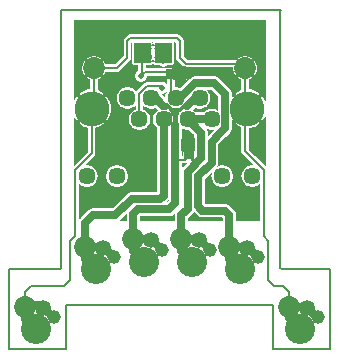
<source format=gbr>
G04 This is an RS-274x file exported by *
G04 gerbv version 2.7.0 *
G04 More information is available about gerbv at *
G04 http://gerbv.geda-project.org/ *
G04 --End of header info--*
%MOIN*%
%FSLAX36Y36*%
%IPPOS*%
G04 --Define apertures--*
%ADD10C,0.0080*%
%ADD11C,0.0060*%
%ADD12C,0.0040*%
%ADD13C,0.0001*%
%ADD14C,0.0250*%
%ADD15C,0.0140*%
%ADD16C,0.0160*%
%ADD17C,0.0945*%
%ADD18C,0.0669*%
%ADD19C,0.0472*%
%ADD20C,0.0394*%
%ADD21C,0.0512*%
%ADD22C,0.1102*%
%ADD23C,0.0200*%
%ADD24C,0.0100*%
%ADD25C,0.0787*%
%ADD26C,0.0492*%
%ADD27C,0.0295*%
%ADD28C,0.0197*%
%ADD29C,0.0354*%
%ADD30C,0.1005*%
%ADD31C,0.0729*%
%ADD32C,0.0532*%
%ADD33C,0.0454*%
%ADD34C,0.0572*%
%ADD35C,0.1162*%
%ADD36C,0.0790*%
%ADD37C,0.0490*%
%ADD38C,0.0300*%
%ADD39C,0.0350*%
%ADD40C,0.0510*%
%ADD41C,0.0940*%
G04 --Start main section--*
G54D10*
G01X0585640Y1092450D02*
G01X0593500Y1092450D01*
G01X0585640Y1147550D02*
G01X0593500Y1147550D01*
G54D11*
G01X0688310Y0831000D02*
G01X0696310Y0839000D01*
G01X0688310Y0831000D02*
G01X0688310Y0796000D01*
G01X0695310Y0789000D02*
G01X0688310Y0796000D01*
G01X0728310Y0797000D02*
G01X0721310Y0790000D01*
G01X0728310Y0832000D02*
G01X0728310Y0797000D01*
G01X0721310Y0839000D02*
G01X0728310Y0832000D01*
G01X0696310Y1072000D02*
G01X0704310Y1064000D01*
G01X0661310Y1072000D02*
G01X0696310Y1072000D01*
G01X0654310Y1065000D02*
G01X0661310Y1072000D01*
G01X0662310Y1032000D02*
G01X0655310Y1039000D01*
G01X0662310Y1032000D02*
G01X0697310Y1032000D01*
G01X0704310Y1039000D02*
G01X0697310Y1032000D01*
G54D12*
G01X0558070Y1098500D02*
G01X0578070Y1098500D01*
G01X0578070Y1098500D02*
G01X0583070Y1103500D01*
G01X0583070Y1103500D02*
G01X0583070Y1113500D01*
G01X0578070Y1118500D02*
G01X0583070Y1113500D01*
G01X0563070Y1118500D02*
G01X0578070Y1118500D01*
G01X0563070Y1098500D02*
G01X0563070Y1138500D01*
G01X0571070Y1118500D02*
G01X0583070Y1138500D01*
G01X0595070Y1106500D02*
G01X0603070Y1098500D01*
G01X0603070Y1098500D02*
G01X0603070Y1138500D01*
G01X0595070Y1138500D02*
G01X0610070Y1138500D01*
G01X0000000Y0000000D02*
G54D13*
G36*
G01X0930190Y1075040D02*
G01X0930460Y1073000D01*
G01X0930590Y1070040D01*
G01X0930460Y1067080D01*
G01X0930190Y1065040D01*
G01X0930190Y1075040D01*
G37*
G36*
G01X0930190Y0983970D02*
G01X0932890Y0982540D01*
G01X0936980Y0979890D01*
G01X0937650Y0979470D01*
G01X0938380Y0979180D01*
G01X0939150Y0979000D01*
G01X0939930Y0978950D01*
G01X0940720Y0979020D01*
G01X0941480Y0979210D01*
G01X0942200Y0979510D01*
G01X0942870Y0979930D01*
G01X0943460Y0980450D01*
G01X0943970Y0981050D01*
G01X0944370Y0981730D01*
G01X0944670Y0982460D01*
G01X0944850Y0983220D01*
G01X0944900Y0984010D01*
G01X0944830Y0984790D01*
G01X0944640Y0985560D01*
G01X0944330Y0986280D01*
G01X0943910Y0986950D01*
G01X0943400Y0987540D01*
G01X0942790Y0988030D01*
G01X0937990Y0991220D01*
G01X0932890Y0993910D01*
G01X0930190Y0995050D01*
G01X0930190Y1048520D01*
G01X0931170Y1050000D01*
G01X0932810Y1053090D01*
G01X0934170Y1056320D01*
G01X0935240Y1059650D01*
G01X0936010Y1063070D01*
G01X0936470Y1066540D01*
G01X0936630Y1070040D01*
G01X0936470Y1073540D01*
G01X0936010Y1077010D01*
G01X0935240Y1080430D01*
G01X0934170Y1083760D01*
G01X0932810Y1086990D01*
G01X0931170Y1090080D01*
G01X0930190Y1091590D01*
G01X0930190Y1230000D01*
G01X0965310Y1230000D01*
G01X0965310Y0959560D01*
G01X0963910Y0962890D01*
G01X0961220Y0967990D01*
G01X0958090Y0972820D01*
G01X0957580Y0973440D01*
G01X0956980Y0973960D01*
G01X0956300Y0974380D01*
G01X0955570Y0974690D01*
G01X0954800Y0974880D01*
G01X0954010Y0974950D01*
G01X0953220Y0974900D01*
G01X0952440Y0974720D01*
G01X0951700Y0974420D01*
G01X0951020Y0974010D01*
G01X0950410Y0973500D01*
G01X0949890Y0972900D01*
G01X0949470Y0972230D01*
G01X0949160Y0971500D01*
G01X0948960Y0970720D01*
G01X0948890Y0969930D01*
G01X0948950Y0969140D01*
G01X0949130Y0968360D01*
G01X0949420Y0967630D01*
G01X0949850Y0966950D01*
G01X0952540Y0962890D01*
G01X0954820Y0958590D01*
G01X0956710Y0954090D01*
G01X0958190Y0949450D01*
G01X0959260Y0944700D01*
G01X0959900Y0939870D01*
G01X0960120Y0935000D01*
G01X0959900Y0930130D01*
G01X0959260Y0925300D01*
G01X0958190Y0920550D01*
G01X0956710Y0915910D01*
G01X0954820Y0911410D01*
G01X0952540Y0907110D01*
G01X0949890Y0903020D01*
G01X0949470Y0902350D01*
G01X0949180Y0901620D01*
G01X0949000Y0900850D01*
G01X0948950Y0900070D01*
G01X0949020Y0899280D01*
G01X0949210Y0898520D01*
G01X0949510Y0897800D01*
G01X0949930Y0897130D01*
G01X0950450Y0896540D01*
G01X0951050Y0896030D01*
G01X0951730Y0895630D01*
G01X0952460Y0895330D01*
G01X0953220Y0895150D01*
G01X0954010Y0895100D01*
G01X0954790Y0895170D01*
G01X0955560Y0895360D01*
G01X0956280Y0895670D01*
G01X0956950Y0896090D01*
G01X0957540Y0896600D01*
G01X0958030Y0897210D01*
G01X0961220Y0902010D01*
G01X0963910Y0907110D01*
G01X0965310Y0910440D01*
G01X0965310Y0743070D01*
G01X0930190Y0778200D01*
G01X0930190Y0874950D01*
G01X0932890Y0876090D01*
G01X0937990Y0878780D01*
G01X0942820Y0881910D01*
G01X0943440Y0882420D01*
G01X0943960Y0883020D01*
G01X0944380Y0883700D01*
G01X0944690Y0884430D01*
G01X0944880Y0885200D01*
G01X0944950Y0885990D01*
G01X0944900Y0886780D01*
G01X0944720Y0887560D01*
G01X0944420Y0888300D01*
G01X0944010Y0888980D01*
G01X0943500Y0889590D01*
G01X0942900Y0890110D01*
G01X0942230Y0890530D01*
G01X0941500Y0890840D01*
G01X0940720Y0891040D01*
G01X0939930Y0891110D01*
G01X0939140Y0891050D01*
G01X0938360Y0890870D01*
G01X0937630Y0890580D01*
G01X0936950Y0890150D01*
G01X0932890Y0887460D01*
G01X0930190Y0886030D01*
G01X0930190Y0983970D01*
G37*
G36*
G01X0930190Y0778200D02*
G01X0910130Y0798260D01*
G01X0910130Y0870050D01*
G01X0910760Y0870070D01*
G01X0916470Y0870840D01*
G01X0922090Y0872100D01*
G01X0927580Y0873850D01*
G01X0930190Y0874950D01*
G01X0930190Y0778200D01*
G37*
G36*
G01X0930190Y0995050D02*
G01X0927580Y0996150D01*
G01X0922090Y0997900D01*
G01X0916470Y0999160D01*
G01X0910760Y0999930D01*
G01X0910130Y0999950D01*
G01X0910130Y1032760D01*
G01X0910850Y1033000D01*
G01X0914080Y1034360D01*
G01X0917170Y1036000D01*
G01X0920110Y1037910D01*
G01X0920470Y1038210D01*
G01X0920790Y1038570D01*
G01X0921040Y1038980D01*
G01X0921220Y1039420D01*
G01X0921340Y1039880D01*
G01X0921380Y1040360D01*
G01X0921350Y1040830D01*
G01X0921240Y1041300D01*
G01X0921060Y1041740D01*
G01X0920810Y1042150D01*
G01X0920510Y1042510D01*
G01X0920140Y1042830D01*
G01X0919740Y1043080D01*
G01X0919300Y1043270D01*
G01X0918840Y1043380D01*
G01X0918360Y1043420D01*
G01X0917890Y1043390D01*
G01X0917420Y1043280D01*
G01X0916980Y1043100D01*
G01X0916570Y1042850D01*
G01X0914110Y1041200D01*
G01X0911480Y1039810D01*
G01X0910130Y1039240D01*
G01X0910130Y1069530D01*
G01X0910170Y1070040D01*
G01X0910010Y1072080D01*
G01X0910010Y1072080D01*
G01X0909640Y1073590D01*
G01X0909530Y1074070D01*
G01X0909200Y1074850D01*
G01X0908740Y1075960D01*
G01X0908330Y1076640D01*
G01X0907680Y1077700D01*
G01X0907670Y1077710D01*
G01X0906350Y1079260D01*
G01X0905960Y1079590D01*
G01X0891720Y1093830D01*
G01X0891390Y1094220D01*
G01X0889830Y1095550D01*
G01X0889830Y1095550D01*
G01X0888760Y1096200D01*
G01X0888090Y1096620D01*
G01X0886980Y1097080D01*
G01X0886200Y1097400D01*
G01X0885720Y1097520D01*
G01X0884210Y1097880D01*
G01X0884200Y1097880D01*
G01X0882170Y1098040D01*
G01X0881660Y1098000D01*
G01X0878830Y1098000D01*
G01X0880150Y1098880D01*
G01X0882770Y1100270D01*
G01X0885500Y1101420D01*
G01X0888330Y1102330D01*
G01X0891220Y1102980D01*
G01X0894160Y1103370D01*
G01X0897130Y1103500D01*
G01X0900090Y1103370D01*
G01X0903030Y1102980D01*
G01X0905930Y1102330D01*
G01X0908750Y1101420D01*
G01X0911480Y1100270D01*
G01X0914110Y1098880D01*
G01X0916590Y1097260D01*
G01X0916990Y1097010D01*
G01X0917430Y1096830D01*
G01X0917890Y1096720D01*
G01X0918360Y1096690D01*
G01X0918830Y1096730D01*
G01X0919290Y1096840D01*
G01X0919720Y1097030D01*
G01X0920130Y1097280D01*
G01X0920480Y1097590D01*
G01X0920790Y1097950D01*
G01X0921030Y1098350D01*
G01X0921210Y1098790D01*
G01X0921310Y1099250D01*
G01X0921350Y1099720D01*
G01X0921310Y1100190D01*
G01X0921190Y1100650D01*
G01X0921010Y1101090D01*
G01X0920760Y1101490D01*
G01X0920450Y1101840D01*
G01X0920080Y1102140D01*
G01X0917170Y1104080D01*
G01X0914080Y1105720D01*
G01X0910850Y1107080D01*
G01X0907510Y1108150D01*
G01X0904100Y1108920D01*
G01X0900630Y1109390D01*
G01X0897130Y1109540D01*
G01X0893630Y1109390D01*
G01X0890160Y1108920D01*
G01X0886740Y1108150D01*
G01X0883400Y1107080D01*
G01X0880180Y1105720D01*
G01X0877080Y1104080D01*
G01X0874150Y1102170D01*
G01X0873780Y1101870D01*
G01X0873470Y1101510D01*
G01X0873210Y1101100D01*
G01X0873030Y1100660D01*
G01X0872910Y1100200D01*
G01X0872870Y1099720D01*
G01X0872910Y1099250D01*
G01X0873010Y1098780D01*
G01X0873190Y1098340D01*
G01X0873400Y1098000D01*
G01X0705380Y1098000D01*
G01X0693000Y1110380D01*
G01X0693000Y1159490D01*
G01X0693040Y1160000D01*
G01X0692880Y1162040D01*
G01X0692880Y1162040D01*
G01X0692520Y1163550D01*
G01X0692400Y1164030D01*
G01X0692080Y1164810D01*
G01X0691620Y1165920D01*
G01X0691200Y1166600D01*
G01X0690550Y1167660D01*
G01X0690550Y1167670D01*
G01X0689220Y1169220D01*
G01X0688830Y1169550D01*
G01X0679550Y1178830D01*
G01X0679220Y1179220D01*
G01X0677670Y1180550D01*
G01X0677660Y1180550D01*
G01X0676600Y1181200D01*
G01X0675920Y1181620D01*
G01X0674810Y1182080D01*
G01X0674030Y1182400D01*
G01X0673550Y1182520D01*
G01X0672040Y1182880D01*
G01X0672040Y1182880D01*
G01X0670000Y1183040D01*
G01X0669490Y1183000D01*
G01X0515510Y1183000D01*
G01X0515000Y1183040D01*
G01X0512960Y1182880D01*
G01X0510970Y1182400D01*
G01X0509080Y1181620D01*
G01X0507340Y1180550D01*
G01X0507330Y1180550D01*
G01X0505780Y1179220D01*
G01X0505450Y1178830D01*
G01X0496170Y1169550D01*
G01X0495780Y1169220D01*
G01X0494450Y1167660D01*
G01X0493380Y1165920D01*
G01X0492600Y1164030D01*
G01X0492120Y1162040D01*
G01X0492120Y1162040D01*
G01X0491960Y1160000D01*
G01X0492000Y1159490D01*
G01X0492000Y1110380D01*
G01X0464650Y1083040D01*
G01X0430460Y1083040D01*
G01X0430230Y1083760D01*
G01X0428870Y1086990D01*
G01X0427230Y1090080D01*
G01X0425320Y1093020D01*
G01X0425020Y1093390D01*
G01X0424660Y1093700D01*
G01X0424250Y1093950D01*
G01X0423810Y1094140D01*
G01X0423350Y1094250D01*
G01X0422870Y1094290D01*
G01X0422400Y1094260D01*
G01X0421930Y1094150D01*
G01X0421490Y1093970D01*
G01X0421080Y1093730D01*
G01X0420710Y1093420D01*
G01X0420400Y1093060D01*
G01X0420150Y1092650D01*
G01X0419960Y1092210D01*
G01X0419850Y1091750D01*
G01X0419810Y1091270D01*
G01X0419840Y1090800D01*
G01X0419950Y1090330D01*
G01X0420130Y1089890D01*
G01X0420380Y1089490D01*
G01X0422030Y1087020D01*
G01X0423420Y1084400D01*
G01X0423990Y1083040D01*
G01X0393700Y1083040D01*
G01X0393190Y1083080D01*
G01X0393170Y1083080D01*
G01X0393170Y1103500D01*
G01X0393190Y1103500D01*
G01X0396150Y1103370D01*
G01X0399090Y1102980D01*
G01X0401990Y1102330D01*
G01X0404810Y1101420D01*
G01X0407550Y1100270D01*
G01X0410170Y1098880D01*
G01X0412660Y1097260D01*
G01X0413060Y1097010D01*
G01X0413490Y1096830D01*
G01X0413950Y1096720D01*
G01X0414420Y1096690D01*
G01X0414890Y1096730D01*
G01X0415350Y1096840D01*
G01X0415790Y1097030D01*
G01X0416190Y1097280D01*
G01X0416550Y1097590D01*
G01X0416850Y1097950D01*
G01X0417090Y1098350D01*
G01X0417270Y1098790D01*
G01X0417380Y1099250D01*
G01X0417410Y1099720D01*
G01X0417370Y1100190D01*
G01X0417260Y1100650D01*
G01X0417070Y1101090D01*
G01X0416820Y1101490D01*
G01X0416510Y1101840D01*
G01X0416150Y1102140D01*
G01X0413230Y1104080D01*
G01X0410140Y1105720D01*
G01X0406910Y1107080D01*
G01X0403580Y1108150D01*
G01X0400160Y1108920D01*
G01X0396690Y1109390D01*
G01X0393190Y1109540D01*
G01X0393170Y1109540D01*
G01X0393170Y1230000D01*
G01X0930190Y1230000D01*
G01X0930190Y1091590D01*
G01X0929260Y1093020D01*
G01X0928950Y1093390D01*
G01X0928590Y1093700D01*
G01X0928190Y1093950D01*
G01X0927750Y1094140D01*
G01X0927280Y1094250D01*
G01X0926810Y1094290D01*
G01X0926330Y1094260D01*
G01X0925870Y1094150D01*
G01X0925420Y1093970D01*
G01X0925020Y1093730D01*
G01X0924650Y1093420D01*
G01X0924340Y1093060D01*
G01X0924090Y1092650D01*
G01X0923900Y1092210D01*
G01X0923780Y1091750D01*
G01X0923740Y1091270D01*
G01X0923780Y1090800D01*
G01X0923890Y1090330D01*
G01X0924060Y1089890D01*
G01X0924320Y1089490D01*
G01X0925960Y1087020D01*
G01X0927350Y1084400D01*
G01X0928510Y1081660D01*
G01X0929410Y1078840D01*
G01X0930070Y1075940D01*
G01X0930190Y1075040D01*
G01X0930190Y1065040D01*
G01X0930070Y1064130D01*
G01X0929410Y1061240D01*
G01X0928510Y1058410D01*
G01X0927350Y1055680D01*
G01X0925960Y1053060D01*
G01X0924350Y1050570D01*
G01X0924090Y1050170D01*
G01X0923920Y1049740D01*
G01X0923810Y1049280D01*
G01X0923780Y1048800D01*
G01X0923820Y1048330D01*
G01X0923930Y1047880D01*
G01X0924110Y1047440D01*
G01X0924360Y1047040D01*
G01X0924670Y1046680D01*
G01X0925030Y1046380D01*
G01X0925440Y1046140D01*
G01X0925880Y1045960D01*
G01X0926340Y1045850D01*
G01X0926810Y1045820D01*
G01X0927280Y1045860D01*
G01X0927740Y1045970D01*
G01X0928170Y1046160D01*
G01X0928570Y1046410D01*
G01X0928930Y1046710D01*
G01X0929230Y1047080D01*
G01X0930190Y1048520D01*
G01X0930190Y0995050D01*
G37*
G36*
G01X0360130Y0874950D02*
G01X0362730Y0873850D01*
G01X0368220Y0872100D01*
G01X0372310Y0871180D01*
G01X0372310Y0790700D01*
G01X0360130Y0778510D01*
G01X0360130Y0874950D01*
G37*
G36*
G01X0360130Y0983970D02*
G01X0361730Y0984820D01*
G01X0366220Y0986710D01*
G01X0370860Y0988190D01*
G01X0375620Y0989260D01*
G01X0380190Y0989870D01*
G01X0380190Y0948260D01*
G01X0376480Y0944550D01*
G01X0376090Y0944220D01*
G01X0374770Y0942660D01*
G01X0373700Y0940920D01*
G01X0372910Y0939030D01*
G01X0372440Y0937040D01*
G01X0372440Y0937040D01*
G01X0372270Y0935000D01*
G01X0372310Y0934490D01*
G01X0372310Y0881480D01*
G01X0370860Y0881810D01*
G01X0366220Y0883290D01*
G01X0361730Y0885180D01*
G01X0360130Y0886030D01*
G01X0360130Y0983970D01*
G37*
G36*
G01X0393170Y1083080D02*
G01X0391150Y1082920D01*
G01X0389160Y1082440D01*
G01X0387270Y1081660D01*
G01X0385520Y1080590D01*
G01X0383970Y1079260D01*
G01X0382640Y1077700D01*
G01X0381570Y1075960D01*
G01X0380790Y1074070D01*
G01X0380310Y1072080D01*
G01X0380150Y1070040D01*
G01X0380190Y1069530D01*
G01X0380190Y1039240D01*
G01X0378830Y1039810D01*
G01X0376210Y1041200D01*
G01X0373720Y1042820D01*
G01X0373320Y1043070D01*
G01X0372880Y1043250D01*
G01X0372420Y1043360D01*
G01X0371950Y1043390D01*
G01X0371480Y1043350D01*
G01X0371030Y1043230D01*
G01X0370590Y1043050D01*
G01X0370190Y1042800D01*
G01X0369830Y1042490D01*
G01X0369530Y1042130D01*
G01X0369290Y1041730D01*
G01X0369110Y1041290D01*
G01X0369000Y1040830D01*
G01X0368970Y1040360D01*
G01X0369010Y1039890D01*
G01X0369120Y1039430D01*
G01X0369310Y1038990D01*
G01X0369560Y1038590D01*
G01X0369860Y1038240D01*
G01X0370230Y1037940D01*
G01X0373150Y1036000D01*
G01X0376240Y1034360D01*
G01X0379470Y1033000D01*
G01X0380190Y1032760D01*
G01X0380190Y0999950D01*
G01X0379560Y0999930D01*
G01X0373850Y0999160D01*
G01X0368220Y0997900D01*
G01X0362730Y0996150D01*
G01X0360130Y0995050D01*
G01X0360130Y1048490D01*
G01X0361060Y1047060D01*
G01X0361360Y1046690D01*
G01X0361720Y1046380D01*
G01X0362130Y1046130D01*
G01X0362570Y1045940D01*
G01X0363030Y1045830D01*
G01X0363510Y1045780D01*
G01X0363980Y1045820D01*
G01X0364450Y1045930D01*
G01X0364890Y1046110D01*
G01X0365300Y1046350D01*
G01X0365660Y1046660D01*
G01X0365980Y1047020D01*
G01X0366230Y1047430D01*
G01X0366420Y1047870D01*
G01X0366530Y1048330D01*
G01X0366570Y1048800D01*
G01X0366540Y1049280D01*
G01X0366430Y1049750D01*
G01X0366250Y1050190D01*
G01X0366000Y1050590D01*
G01X0364350Y1053060D01*
G01X0362960Y1055680D01*
G01X0361810Y1058410D01*
G01X0360900Y1061240D01*
G01X0360250Y1064130D01*
G01X0360130Y1065040D01*
G01X0360130Y1075040D01*
G01X0360250Y1075940D01*
G01X0360900Y1078840D01*
G01X0361810Y1081660D01*
G01X0362960Y1084400D01*
G01X0364350Y1087020D01*
G01X0365970Y1089510D01*
G01X0366220Y1089910D01*
G01X0366400Y1090340D01*
G01X0366500Y1090800D01*
G01X0366540Y1091270D01*
G01X0366500Y1091740D01*
G01X0366380Y1092200D01*
G01X0366200Y1092640D01*
G01X0365950Y1093040D01*
G01X0365640Y1093400D01*
G01X0365280Y1093700D01*
G01X0364880Y1093940D01*
G01X0364440Y1094120D01*
G01X0363980Y1094230D01*
G01X0363510Y1094260D01*
G01X0363040Y1094220D01*
G01X0362580Y1094110D01*
G01X0362140Y1093920D01*
G01X0361740Y1093670D01*
G01X0361390Y1093360D01*
G01X0361090Y1093000D01*
G01X0360130Y1091550D01*
G01X0360130Y1230000D01*
G01X0393170Y1230000D01*
G01X0393170Y1109540D01*
G01X0389690Y1109390D01*
G01X0386220Y1108920D01*
G01X0382800Y1108150D01*
G01X0379470Y1107080D01*
G01X0376240Y1105720D01*
G01X0373150Y1104080D01*
G01X0370210Y1102170D01*
G01X0369840Y1101870D01*
G01X0369530Y1101510D01*
G01X0369280Y1101100D01*
G01X0369090Y1100660D01*
G01X0368980Y1100200D01*
G01X0368930Y1099720D01*
G01X0368970Y1099250D01*
G01X0369080Y1098780D01*
G01X0369260Y1098340D01*
G01X0369500Y1097930D01*
G01X0369810Y1097560D01*
G01X0370170Y1097250D01*
G01X0370580Y1097000D01*
G01X0371010Y1096810D01*
G01X0371480Y1096700D01*
G01X0371950Y1096660D01*
G01X0372430Y1096690D01*
G01X0372890Y1096800D01*
G01X0373340Y1096980D01*
G01X0373740Y1097230D01*
G01X0376210Y1098880D01*
G01X0378830Y1100270D01*
G01X0381560Y1101420D01*
G01X0384390Y1102330D01*
G01X0387280Y1102980D01*
G01X0390220Y1103370D01*
G01X0393170Y1103500D01*
G01X0393170Y1083080D01*
G37*
G36*
G01X0360130Y1065040D02*
G01X0359860Y1067080D01*
G01X0359720Y1070040D01*
G01X0359860Y1073000D01*
G01X0360130Y1075040D01*
G01X0360130Y1065040D01*
G37*
G36*
G01X0360130Y0995050D02*
G01X0357420Y0993910D01*
G01X0352330Y0991220D01*
G01X0347490Y0988090D01*
G01X0346880Y0987580D01*
G01X0346360Y0986980D01*
G01X0345930Y0986300D01*
G01X0345620Y0985570D01*
G01X0345430Y0984800D01*
G01X0345360Y0984010D01*
G01X0345420Y0983220D01*
G01X0345590Y0982440D01*
G01X0345890Y0981700D01*
G01X0346300Y0981020D01*
G01X0346810Y0980410D01*
G01X0347410Y0979890D01*
G01X0348090Y0979470D01*
G01X0348820Y0979160D01*
G01X0349590Y0978960D01*
G01X0350380Y0978890D01*
G01X0351180Y0978950D01*
G01X0351950Y0979130D01*
G01X0352690Y0979420D01*
G01X0353360Y0979850D01*
G01X0357420Y0982540D01*
G01X0360130Y0983970D01*
G01X0360130Y0886030D01*
G01X0357420Y0887460D01*
G01X0353330Y0890110D01*
G01X0352670Y0890530D01*
G01X0351940Y0890820D01*
G01X0351170Y0891000D01*
G01X0350380Y0891050D01*
G01X0349600Y0890980D01*
G01X0348840Y0890790D01*
G01X0348110Y0890490D01*
G01X0347440Y0890070D01*
G01X0346850Y0889550D01*
G01X0346350Y0888950D01*
G01X0345940Y0888270D01*
G01X0345650Y0887540D01*
G01X0345470Y0886780D01*
G01X0345420Y0885990D01*
G01X0345480Y0885210D01*
G01X0345670Y0884440D01*
G01X0345980Y0883720D01*
G01X0346400Y0883050D01*
G01X0346920Y0882460D01*
G01X0347530Y0881970D01*
G01X0352330Y0878780D01*
G01X0357420Y0876090D01*
G01X0360130Y0874950D01*
G01X0360130Y0778510D01*
G01X0325310Y0743700D01*
G01X0325310Y0909690D01*
G01X0326400Y0907110D01*
G01X0329100Y0902010D01*
G01X0332230Y0897180D01*
G01X0332740Y0896560D01*
G01X0333340Y0896040D01*
G01X0334010Y0895620D01*
G01X0334740Y0895310D01*
G01X0335510Y0895120D01*
G01X0336310Y0895050D01*
G01X0337100Y0895100D01*
G01X0337880Y0895280D01*
G01X0338610Y0895580D01*
G01X0339290Y0895990D01*
G01X0339900Y0896500D01*
G01X0340430Y0897100D01*
G01X0340850Y0897770D01*
G01X0341160Y0898500D01*
G01X0341350Y0899280D01*
G01X0341420Y0900070D01*
G01X0341370Y0900860D01*
G01X0341190Y0901640D01*
G01X0340890Y0902370D01*
G01X0340470Y0903050D01*
G01X0337780Y0907110D01*
G01X0335500Y0911410D01*
G01X0333610Y0915910D01*
G01X0332130Y0920550D01*
G01X0331060Y0925300D01*
G01X0330410Y0930130D01*
G01X0330200Y0935000D01*
G01X0330410Y0939870D01*
G01X0331060Y0944700D01*
G01X0332130Y0949450D01*
G01X0333610Y0954090D01*
G01X0335500Y0958590D01*
G01X0337780Y0962890D01*
G01X0340430Y0966980D01*
G01X0340840Y0967650D01*
G01X0341140Y0968380D01*
G01X0341310Y0969150D01*
G01X0341370Y0969930D01*
G01X0341300Y0970720D01*
G01X0341110Y0971480D01*
G01X0340800Y0972200D01*
G01X0340380Y0972870D01*
G01X0339870Y0973460D01*
G01X0339260Y0973970D01*
G01X0338590Y0974370D01*
G01X0337860Y0974670D01*
G01X0337090Y0974850D01*
G01X0336310Y0974900D01*
G01X0335520Y0974830D01*
G01X0334760Y0974640D01*
G01X0334040Y0974330D01*
G01X0333370Y0973910D01*
G01X0332770Y0973400D01*
G01X0332280Y0972790D01*
G01X0329100Y0967990D01*
G01X0326400Y0962890D01*
G01X0325310Y0960310D01*
G01X0325310Y1230000D01*
G01X0360130Y1230000D01*
G01X0360130Y1091550D01*
G01X0359150Y1090080D01*
G01X0357510Y1086990D01*
G01X0356150Y1083760D01*
G01X0355080Y1080430D01*
G01X0354310Y1077010D01*
G01X0353840Y1073540D01*
G01X0353690Y1070040D01*
G01X0353840Y1066540D01*
G01X0354310Y1063070D01*
G01X0355080Y1059650D01*
G01X0356150Y1056320D01*
G01X0357510Y1053090D01*
G01X0359150Y1050000D01*
G01X0360130Y1048490D01*
G01X0360130Y0995050D01*
G37*
G36*
G01X0910130Y0948260D02*
G01X0910130Y0989870D01*
G01X0914700Y0989260D01*
G01X0919450Y0988190D01*
G01X0924090Y0986710D01*
G01X0928590Y0984820D01*
G01X0930190Y0983970D01*
G01X0930190Y0886030D01*
G01X0928590Y0885180D01*
G01X0924090Y0883290D01*
G01X0919450Y0881810D01*
G01X0914700Y0880740D01*
G01X0910130Y0880130D01*
G01X0910130Y0923050D01*
G01X0910920Y0923380D01*
G01X0912660Y0924450D01*
G01X0914220Y0925780D01*
G01X0915550Y0927340D01*
G01X0916620Y0929080D01*
G01X0917400Y0930970D01*
G01X0917880Y0932960D01*
G01X0918040Y0935000D01*
G01X0917880Y0937040D01*
G01X0917400Y0939030D01*
G01X0916620Y0940920D01*
G01X0915550Y0942660D01*
G01X0914190Y0944190D01*
G01X0910130Y0948260D01*
G37*
G36*
G01X0822500Y0560000D02*
G01X0707500Y0560000D01*
G01X0707500Y0570680D01*
G01X0720440Y0583620D01*
G01X0721120Y0584200D01*
G01X0722760Y0586130D01*
G01X0723650Y0587130D01*
G01X0725500Y0590150D01*
G01X0726240Y0591940D01*
G01X0738470Y0579710D01*
G01X0739040Y0579040D01*
G01X0741730Y0576740D01*
G01X0741730Y0576740D01*
G01X0743610Y0575590D01*
G01X0744750Y0574890D01*
G01X0748030Y0573540D01*
G01X0751470Y0572710D01*
G01X0751470Y0572710D01*
G01X0755000Y0572430D01*
G01X0755880Y0572500D01*
G01X0820680Y0572500D01*
G01X0822500Y0570680D01*
G01X0822500Y0560000D01*
G37*
G36*
G01X0687500Y0792750D02*
G01X0688220Y0791910D01*
G01X0688520Y0791650D01*
G01X0690420Y0789750D01*
G01X0689910Y0788530D01*
G01X0689440Y0786540D01*
G01X0689310Y0784500D01*
G01X0689310Y0778000D01*
G01X0687500Y0778000D01*
G01X0687500Y0792750D01*
G37*
G36*
G01X0727060Y0790610D02*
G01X0727810Y0791360D01*
G01X0727810Y0788620D01*
G01X0727720Y0789030D01*
G01X0727060Y0790610D01*
G37*
G36*
G01X0702890Y0754400D02*
G01X0689870Y0741380D01*
G01X0689200Y0740800D01*
G01X0687500Y0738810D01*
G01X0687500Y0752000D01*
G01X0694810Y0752000D01*
G01X0695310Y0751960D01*
G01X0697350Y0752120D01*
G01X0697350Y0752120D01*
G01X0699340Y0752600D01*
G01X0701240Y0753380D01*
G01X0702890Y0754400D01*
G37*
G36*
G01X0635680Y0622500D02*
G01X0634320Y0622500D01*
G01X0640360Y0628550D01*
G01X0641040Y0629120D01*
G01X0642500Y0630830D01*
G01X0642500Y0629320D01*
G01X0635680Y0622500D01*
G37*
G36*
G01X0502070Y0560000D02*
G01X0475420Y0560000D01*
G01X0478270Y0561740D01*
G01X0480960Y0564040D01*
G01X0481530Y0564710D01*
G01X0502050Y0585230D01*
G01X0502000Y0584570D01*
G01X0502070Y0583690D01*
G01X0502070Y0560000D01*
G37*
G36*
G01X0663450Y0586630D02*
G01X0662710Y0583530D01*
G01X0662710Y0583530D01*
G01X0662430Y0580000D01*
G01X0662500Y0579120D01*
G01X0662500Y0560000D01*
G01X0547070Y0560000D01*
G01X0547070Y0575250D01*
G01X0549320Y0577500D01*
G01X0644120Y0577500D01*
G01X0645000Y0577430D01*
G01X0648530Y0577710D01*
G01X0648530Y0577710D01*
G01X0651970Y0578540D01*
G01X0655250Y0579890D01*
G01X0658270Y0581740D01*
G01X0660960Y0584040D01*
G01X0661530Y0584710D01*
G01X0663450Y0586630D01*
G37*
G36*
G01X0439850Y0602500D02*
G01X0390880Y0602500D01*
G01X0390000Y0602570D01*
G01X0386470Y0602290D01*
G01X0383030Y0601460D01*
G01X0379750Y0600110D01*
G01X0376730Y0598260D01*
G01X0376730Y0598260D01*
G01X0374040Y0595960D01*
G01X0373470Y0595290D01*
G01X0349710Y0571530D01*
G01X0349040Y0570960D01*
G01X0346740Y0568270D01*
G01X0344890Y0565250D01*
G01X0343540Y0561970D01*
G01X0343060Y0560000D01*
G01X0343000Y0560000D01*
G01X0343000Y0686500D01*
G01X0344320Y0684950D01*
G01X0348580Y0681310D01*
G01X0353360Y0678390D01*
G01X0358530Y0676240D01*
G01X0363980Y0674940D01*
G01X0369570Y0674500D01*
G01X0375150Y0674940D01*
G01X0380600Y0676240D01*
G01X0385770Y0678390D01*
G01X0390550Y0681310D01*
G01X0394810Y0684950D01*
G01X0398450Y0689210D01*
G01X0401380Y0693990D01*
G01X0403520Y0699160D01*
G01X0404830Y0704610D01*
G01X0405160Y0710200D01*
G01X0404830Y0715780D01*
G01X0403520Y0721230D01*
G01X0401380Y0726400D01*
G01X0398450Y0731180D01*
G01X0394810Y0735440D01*
G01X0390550Y0739080D01*
G01X0385770Y0742010D01*
G01X0380600Y0744150D01*
G01X0375150Y0745460D01*
G01X0369570Y0745900D01*
G01X0363980Y0745460D01*
G01X0363800Y0745410D01*
G01X0394150Y0775760D01*
G01X0394540Y0776090D01*
G01X0395860Y0777650D01*
G01X0395860Y0777650D01*
G01X0396930Y0779390D01*
G01X0397720Y0781290D01*
G01X0398190Y0783280D01*
G01X0398360Y0785310D01*
G01X0398310Y0785820D01*
G01X0398310Y0871180D01*
G01X0402410Y0872100D01*
G01X0407890Y0873850D01*
G01X0413210Y0876090D01*
G01X0418300Y0878780D01*
G01X0423140Y0881910D01*
G01X0423750Y0882420D01*
G01X0424270Y0883020D01*
G01X0424700Y0883700D01*
G01X0425010Y0884430D01*
G01X0425200Y0885200D01*
G01X0425270Y0885990D01*
G01X0425210Y0886780D01*
G01X0425040Y0887560D01*
G01X0424740Y0888300D01*
G01X0424330Y0888980D01*
G01X0423820Y0889590D01*
G01X0423220Y0890110D01*
G01X0422540Y0890530D01*
G01X0421810Y0890840D01*
G01X0421040Y0891040D01*
G01X0420250Y0891110D01*
G01X0419450Y0891050D01*
G01X0418680Y0890870D01*
G01X0417940Y0890580D01*
G01X0417270Y0890150D01*
G01X0413210Y0887460D01*
G01X0408900Y0885180D01*
G01X0404410Y0883290D01*
G01X0399770Y0881810D01*
G01X0398310Y0881480D01*
G01X0398310Y0929620D01*
G01X0402020Y0933320D01*
G01X0402410Y0933650D01*
G01X0403740Y0935210D01*
G01X0403740Y0935210D01*
G01X0404810Y0936950D01*
G01X0405590Y0938840D01*
G01X0406070Y0940830D01*
G01X0406230Y0942870D01*
G01X0406190Y0943380D01*
G01X0406190Y0985960D01*
G01X0408900Y0984820D01*
G01X0413210Y0982540D01*
G01X0417300Y0979890D01*
G01X0417960Y0979470D01*
G01X0418690Y0979180D01*
G01X0419460Y0979000D01*
G01X0420250Y0978950D01*
G01X0421030Y0979020D01*
G01X0421790Y0979210D01*
G01X0422520Y0979510D01*
G01X0423180Y0979930D01*
G01X0423780Y0980450D01*
G01X0424280Y0981050D01*
G01X0424690Y0981730D01*
G01X0424980Y0982460D01*
G01X0425160Y0983220D01*
G01X0425210Y0984010D01*
G01X0425150Y0984790D01*
G01X0424950Y0985560D01*
G01X0424650Y0986280D01*
G01X0424230Y0986950D01*
G01X0423710Y0987540D01*
G01X0423100Y0988030D01*
G01X0418300Y0991220D01*
G01X0413210Y0993910D01*
G01X0407890Y0996150D01*
G01X0406190Y0996690D01*
G01X0406190Y1032760D01*
G01X0406910Y1033000D01*
G01X0410140Y1034360D01*
G01X0413230Y1036000D01*
G01X0416170Y1037910D01*
G01X0416540Y1038210D01*
G01X0416850Y1038570D01*
G01X0417100Y1038980D01*
G01X0417290Y1039420D01*
G01X0417400Y1039880D01*
G01X0417440Y1040360D01*
G01X0417410Y1040830D01*
G01X0417300Y1041300D01*
G01X0417120Y1041740D01*
G01X0416880Y1042150D01*
G01X0416570Y1042510D01*
G01X0416210Y1042830D01*
G01X0415800Y1043080D01*
G01X0415360Y1043270D01*
G01X0414900Y1043380D01*
G01X0414420Y1043420D01*
G01X0413950Y1043390D01*
G01X0413480Y1043280D01*
G01X0413040Y1043100D01*
G01X0412640Y1042850D01*
G01X0410170Y1041200D01*
G01X0407550Y1039810D01*
G01X0406190Y1039240D01*
G01X0406190Y1057040D01*
G01X0423990Y1057040D01*
G01X0423420Y1055680D01*
G01X0422030Y1053060D01*
G01X0420410Y1050570D01*
G01X0420160Y1050170D01*
G01X0419980Y1049740D01*
G01X0419870Y1049280D01*
G01X0419840Y1048800D01*
G01X0419880Y1048330D01*
G01X0419990Y1047880D01*
G01X0420180Y1047440D01*
G01X0420430Y1047040D01*
G01X0420740Y1046680D01*
G01X0421100Y1046380D01*
G01X0421500Y1046140D01*
G01X0421940Y1045960D01*
G01X0422400Y1045850D01*
G01X0422870Y1045820D01*
G01X0423340Y1045860D01*
G01X0423800Y1045970D01*
G01X0424230Y1046160D01*
G01X0424640Y1046410D01*
G01X0424990Y1046710D01*
G01X0425290Y1047080D01*
G01X0427230Y1050000D01*
G01X0428870Y1053090D01*
G01X0430230Y1056320D01*
G01X0430460Y1057040D01*
G01X0439850Y1057040D01*
G01X0439850Y0970580D01*
G01X0438400Y0972820D01*
G01X0437890Y0973440D01*
G01X0437290Y0973960D01*
G01X0436620Y0974380D01*
G01X0435890Y0974690D01*
G01X0435120Y0974880D01*
G01X0434320Y0974950D01*
G01X0433530Y0974900D01*
G01X0432750Y0974720D01*
G01X0432020Y0974420D01*
G01X0431330Y0974010D01*
G01X0430730Y0973500D01*
G01X0430200Y0972900D01*
G01X0429780Y0972230D01*
G01X0429470Y0971500D01*
G01X0429280Y0970720D01*
G01X0429210Y0969930D01*
G01X0429260Y0969140D01*
G01X0429440Y0968360D01*
G01X0429740Y0967630D01*
G01X0430160Y0966950D01*
G01X0432850Y0962890D01*
G01X0435130Y0958590D01*
G01X0437020Y0954090D01*
G01X0438500Y0949450D01*
G01X0439570Y0944700D01*
G01X0439850Y0942610D01*
G01X0439850Y0927390D01*
G01X0439570Y0925300D01*
G01X0438500Y0920550D01*
G01X0437020Y0915910D01*
G01X0435130Y0911410D01*
G01X0432850Y0907110D01*
G01X0430200Y0903020D01*
G01X0429790Y0902350D01*
G01X0429490Y0901620D01*
G01X0429320Y0900850D01*
G01X0429260Y0900070D01*
G01X0429330Y0899280D01*
G01X0429520Y0898520D01*
G01X0429830Y0897800D01*
G01X0430250Y0897130D01*
G01X0430760Y0896540D01*
G01X0431370Y0896030D01*
G01X0432040Y0895630D01*
G01X0432770Y0895330D01*
G01X0433540Y0895150D01*
G01X0434320Y0895100D01*
G01X0435110Y0895170D01*
G01X0435870Y0895360D01*
G01X0436590Y0895670D01*
G01X0437260Y0896090D01*
G01X0437860Y0896600D01*
G01X0438350Y0897210D01*
G01X0439850Y0899480D01*
G01X0439850Y0729180D01*
G01X0438150Y0726400D01*
G01X0436010Y0721230D01*
G01X0434700Y0715780D01*
G01X0434260Y0710200D01*
G01X0434700Y0704610D01*
G01X0436010Y0699160D01*
G01X0438150Y0693990D01*
G01X0439850Y0691210D01*
G01X0439850Y0602500D01*
G37*
G36*
G01X0557760Y0932700D02*
G01X0557760Y0947430D01*
G01X0559680Y0945190D01*
G01X0563940Y0941550D01*
G01X0568710Y0938620D01*
G01X0573890Y0936480D01*
G01X0579340Y0935170D01*
G01X0584920Y0934730D01*
G01X0590510Y0935170D01*
G01X0595950Y0936480D01*
G01X0600020Y0938160D01*
G01X0607590Y0930590D01*
G01X0604090Y0928450D01*
G01X0599830Y0924810D01*
G01X0596200Y0920550D01*
G01X0593270Y0915770D01*
G01X0591130Y0910600D01*
G01X0589820Y0905150D01*
G01X0589380Y0899570D01*
G01X0589820Y0893980D01*
G01X0591130Y0888530D01*
G01X0593270Y0883360D01*
G01X0596200Y0878580D01*
G01X0599830Y0874320D01*
G01X0602580Y0871980D01*
G01X0602580Y0657500D01*
G01X0520880Y0657500D01*
G01X0520000Y0657570D01*
G01X0516470Y0657290D01*
G01X0513030Y0656460D01*
G01X0509750Y0655110D01*
G01X0506730Y0653260D01*
G01X0506730Y0653260D01*
G01X0504040Y0650960D01*
G01X0503470Y0650290D01*
G01X0455680Y0602500D01*
G01X0439850Y0602500D01*
G01X0439850Y0691210D01*
G01X0441080Y0689210D01*
G01X0444720Y0684950D01*
G01X0448980Y0681310D01*
G01X0453750Y0678390D01*
G01X0458930Y0676240D01*
G01X0464380Y0674940D01*
G01X0469960Y0674500D01*
G01X0475550Y0674940D01*
G01X0480990Y0676240D01*
G01X0486170Y0678390D01*
G01X0490940Y0681310D01*
G01X0495200Y0684950D01*
G01X0498840Y0689210D01*
G01X0501770Y0693990D01*
G01X0503910Y0699160D01*
G01X0505220Y0704610D01*
G01X0505550Y0710200D01*
G01X0505220Y0715780D01*
G01X0503910Y0721230D01*
G01X0501770Y0726400D01*
G01X0498840Y0731180D01*
G01X0495200Y0735440D01*
G01X0490940Y0739080D01*
G01X0486170Y0742010D01*
G01X0480990Y0744150D01*
G01X0475550Y0745460D01*
G01X0469960Y0745900D01*
G01X0464380Y0745460D01*
G01X0458930Y0744150D01*
G01X0453750Y0742010D01*
G01X0448980Y0739080D01*
G01X0444720Y0735440D01*
G01X0441080Y0731180D01*
G01X0439850Y0729180D01*
G01X0439850Y0899480D01*
G01X0441530Y0902010D01*
G01X0444230Y0907110D01*
G01X0446460Y0912420D01*
G01X0448220Y0917910D01*
G01X0449480Y0923530D01*
G01X0450240Y0929240D01*
G01X0450500Y0935000D01*
G01X0450240Y0940760D01*
G01X0449480Y0946470D01*
G01X0448220Y0952090D01*
G01X0446460Y0957580D01*
G01X0444230Y0962890D01*
G01X0441530Y0967990D01*
G01X0439850Y0970580D01*
G01X0439850Y1057040D01*
G01X0469530Y1057040D01*
G01X0470040Y1057000D01*
G01X0472080Y1057160D01*
G01X0472080Y1057160D01*
G01X0474070Y1057640D01*
G01X0475960Y1058420D01*
G01X0477700Y1059490D01*
G01X0479260Y1060820D01*
G01X0479590Y1061210D01*
G01X0513830Y1095450D01*
G01X0514220Y1095780D01*
G01X0515550Y1097330D01*
G01X0515550Y1097340D01*
G01X0516620Y1099080D01*
G01X0517400Y1100970D01*
G01X0517880Y1102960D01*
G01X0518040Y1105000D01*
G01X0518000Y1105510D01*
G01X0518000Y1154620D01*
G01X0520380Y1157000D01*
G01X0521910Y1157000D01*
G01X0521460Y1156610D01*
G01X0520440Y1155420D01*
G01X0519610Y1154070D01*
G01X0519010Y1152620D01*
G01X0518640Y1151090D01*
G01X0518550Y1149520D01*
G01X0518640Y1088910D01*
G01X0519010Y1087380D01*
G01X0519610Y1085930D01*
G01X0520440Y1084580D01*
G01X0521460Y1083390D01*
G01X0522650Y1082360D01*
G01X0524000Y1081540D01*
G01X0525450Y1080940D01*
G01X0526980Y1080570D01*
G01X0528550Y1080480D01*
G01X0541140Y1080500D01*
G01X0541140Y1062980D01*
G01X0540890Y1062880D01*
G01X0538210Y1061230D01*
G01X0535810Y1059190D01*
G01X0533770Y1056790D01*
G01X0532120Y1054110D01*
G01X0530920Y1051200D01*
G01X0530190Y1048140D01*
G01X0529940Y1045000D01*
G01X0530190Y1041860D01*
G01X0530920Y1038800D01*
G01X0532120Y1035890D01*
G01X0533770Y1033210D01*
G01X0535810Y1030810D01*
G01X0538210Y1028770D01*
G01X0540890Y1027120D01*
G01X0543800Y1025920D01*
G01X0546860Y1025190D01*
G01X0550000Y1024940D01*
G01X0553140Y1025190D01*
G01X0556200Y1025920D01*
G01X0559110Y1027120D01*
G01X0561790Y1028770D01*
G01X0564190Y1030810D01*
G01X0566230Y1033210D01*
G01X0567880Y1035890D01*
G01X0569080Y1038800D01*
G01X0569810Y1041860D01*
G01X0570000Y1045000D01*
G01X0632340Y1045000D01*
G01X0632380Y1040900D01*
G01X0632640Y1039830D01*
G01X0633060Y1038810D01*
G01X0633630Y1037870D01*
G01X0634350Y1037040D01*
G01X0635190Y1036320D01*
G01X0636130Y1035740D01*
G01X0637150Y1035320D01*
G01X0637310Y1035280D01*
G01X0637310Y1015020D01*
G01X0636230Y1016790D01*
G01X0634190Y1019190D01*
G01X0631790Y1021230D01*
G01X0629110Y1022880D01*
G01X0626200Y1024080D01*
G01X0623140Y1024810D01*
G01X0620000Y1025060D01*
G01X0616860Y1024810D01*
G01X0613800Y1024080D01*
G01X0611190Y1023000D01*
G01X0570510Y1023000D01*
G01X0570000Y1023040D01*
G01X0567960Y1022880D01*
G01X0565970Y1022400D01*
G01X0564080Y1021620D01*
G01X0562340Y1020550D01*
G01X0562330Y1020550D01*
G01X0560780Y1019220D01*
G01X0560450Y1018830D01*
G01X0535930Y0994320D01*
G01X0535540Y0993980D01*
G01X0534210Y0992430D01*
G01X0533540Y0991330D01*
G01X0533490Y0991420D01*
G01X0529850Y0995680D01*
G01X0525590Y0999320D01*
G01X0520810Y1002240D01*
G01X0515640Y1004390D01*
G01X0510190Y1005690D01*
G01X0504610Y1006130D01*
G01X0499020Y1005690D01*
G01X0493570Y1004390D01*
G01X0488400Y1002240D01*
G01X0483620Y0999320D01*
G01X0479360Y0995680D01*
G01X0475720Y0991420D01*
G01X0472800Y0986640D01*
G01X0470650Y0981470D01*
G01X0469350Y0976020D01*
G01X0468910Y0970430D01*
G01X0469350Y0964850D01*
G01X0470650Y0959400D01*
G01X0472800Y0954230D01*
G01X0475720Y0949450D01*
G01X0479360Y0945190D01*
G01X0483620Y0941550D01*
G01X0488400Y0938620D01*
G01X0493570Y0936480D01*
G01X0499020Y0935170D01*
G01X0504610Y0934730D01*
G01X0510190Y0935170D01*
G01X0515640Y0936480D01*
G01X0520810Y0938620D01*
G01X0525590Y0941550D01*
G01X0529850Y0945190D01*
G01X0531760Y0947430D01*
G01X0531760Y0932700D01*
G01X0528560Y0931380D01*
G01X0523780Y0928450D01*
G01X0519520Y0924810D01*
G01X0515880Y0920550D01*
G01X0512950Y0915770D01*
G01X0510810Y0910600D01*
G01X0509500Y0905150D01*
G01X0509060Y0899570D01*
G01X0509500Y0893980D01*
G01X0510810Y0888530D01*
G01X0512950Y0883360D01*
G01X0515880Y0878580D01*
G01X0519520Y0874320D01*
G01X0523780Y0870680D01*
G01X0528560Y0867760D01*
G01X0533730Y0865610D01*
G01X0539180Y0864310D01*
G01X0544760Y0863870D01*
G01X0550350Y0864310D01*
G01X0555800Y0865610D01*
G01X0560970Y0867760D01*
G01X0565750Y0870680D01*
G01X0570010Y0874320D01*
G01X0573650Y0878580D01*
G01X0576570Y0883360D01*
G01X0578720Y0888530D01*
G01X0580020Y0893980D01*
G01X0580350Y0899570D01*
G01X0580020Y0905150D01*
G01X0578720Y0910600D01*
G01X0576570Y0915770D01*
G01X0573650Y0920550D01*
G01X0570010Y0924810D01*
G01X0565750Y0928450D01*
G01X0560970Y0931380D01*
G01X0557760Y0932700D01*
G37*
G36*
G01X0439850Y0942610D02*
G01X0440220Y0939870D01*
G01X0440430Y0935000D01*
G01X0440220Y0930130D01*
G01X0439850Y0927390D01*
G01X0439850Y0942610D01*
G37*
G36*
G01X0629670Y0972150D02*
G01X0617830Y0983990D01*
G01X0617350Y0985150D01*
G01X0620000Y0984940D01*
G01X0623140Y0985190D01*
G01X0626200Y0985920D01*
G01X0629110Y0987120D01*
G01X0631790Y0988770D01*
G01X0634190Y0990810D01*
G01X0636230Y0993210D01*
G01X0637310Y0994980D01*
G01X0637310Y0992540D01*
G01X0636350Y0991420D01*
G01X0633430Y0986640D01*
G01X0631280Y0981470D01*
G01X0629980Y0976020D01*
G01X0629670Y0972150D01*
G37*
G36*
G01X0807810Y0815680D02*
G01X0830290Y0838150D01*
G01X0830960Y0838730D01*
G01X0833260Y0841420D01*
G01X0833260Y0841420D01*
G01X0833290Y0841470D01*
G01X0845290Y0853470D01*
G01X0845960Y0854040D01*
G01X0848260Y0856730D01*
G01X0848260Y0856730D01*
G01X0850110Y0859750D01*
G01X0851460Y0863030D01*
G01X0852290Y0866470D01*
G01X0852570Y0870000D01*
G01X0852500Y0870880D01*
G01X0852500Y0896500D01*
G01X0853020Y0896040D01*
G01X0853700Y0895620D01*
G01X0854430Y0895310D01*
G01X0855200Y0895120D01*
G01X0855990Y0895050D01*
G01X0856780Y0895100D01*
G01X0857560Y0895280D01*
G01X0858300Y0895580D01*
G01X0858980Y0895990D01*
G01X0859590Y0896500D01*
G01X0860110Y0897100D01*
G01X0860530Y0897770D01*
G01X0860840Y0898500D01*
G01X0861040Y0899280D01*
G01X0861110Y0900070D01*
G01X0861050Y0900860D01*
G01X0860870Y0901640D01*
G01X0860580Y0902370D01*
G01X0860150Y0903050D01*
G01X0857460Y0907110D01*
G01X0855180Y0911410D01*
G01X0853290Y0915910D01*
G01X0852500Y0918390D01*
G01X0852500Y0951610D01*
G01X0853290Y0954090D01*
G01X0855180Y0958590D01*
G01X0857460Y0962890D01*
G01X0860110Y0966980D01*
G01X0860530Y0967650D01*
G01X0860820Y0968380D01*
G01X0861000Y0969150D01*
G01X0861050Y0969930D01*
G01X0860980Y0970720D01*
G01X0860790Y0971480D01*
G01X0860490Y0972200D01*
G01X0860070Y0972870D01*
G01X0859550Y0973460D01*
G01X0858950Y0973970D01*
G01X0858270Y0974370D01*
G01X0857540Y0974670D01*
G01X0856780Y0974850D01*
G01X0855990Y0974900D01*
G01X0855210Y0974830D01*
G01X0854440Y0974640D01*
G01X0853720Y0974330D01*
G01X0853050Y0973910D01*
G01X0852500Y0973430D01*
G01X0852500Y0984120D01*
G01X0852570Y0985000D01*
G01X0852290Y0988530D01*
G01X0851460Y0991970D01*
G01X0851070Y0992930D01*
G01X0850110Y0995250D01*
G01X0848960Y0997120D01*
G01X0848260Y0998270D01*
G01X0848260Y0998270D01*
G01X0845960Y1000960D01*
G01X0845290Y1001530D01*
G01X0811530Y1035290D01*
G01X0810960Y1035960D01*
G01X0808270Y1038260D01*
G01X0808270Y1038260D01*
G01X0807120Y1038960D01*
G01X0805250Y1040110D01*
G01X0802930Y1041070D01*
G01X0801970Y1041460D01*
G01X0798530Y1042290D01*
G01X0795000Y1042570D01*
G01X0794120Y1042500D01*
G01X0730880Y1042500D01*
G01X0730000Y1042570D01*
G01X0726470Y1042290D01*
G01X0723030Y1041460D01*
G01X0719750Y1040110D01*
G01X0716730Y1038260D01*
G01X0716730Y1038260D01*
G01X0714040Y1035960D01*
G01X0713470Y1035290D01*
G01X0680720Y1002540D01*
G01X0676270Y1004390D01*
G01X0670820Y1005690D01*
G01X0665240Y1006130D01*
G01X0663310Y1005980D01*
G01X0663310Y1029050D01*
G01X0664320Y1028970D01*
G01X0664710Y1029000D01*
G01X0665920Y1029000D01*
G01X0666310Y1028970D01*
G01X0666710Y1029000D01*
G01X0677920Y1029000D01*
G01X0678310Y1028970D01*
G01X0678710Y1029000D01*
G01X0679920Y1029000D01*
G01X0680320Y1028970D01*
G01X0680710Y1029000D01*
G01X0691920Y1029000D01*
G01X0692320Y1028970D01*
G01X0692710Y1029000D01*
G01X0694920Y1029000D01*
G01X0695310Y1028970D01*
G01X0696880Y1029090D01*
G01X0696880Y1029090D01*
G01X0698410Y1029460D01*
G01X0699870Y1030060D01*
G01X0701210Y1030880D01*
G01X0702410Y1031910D01*
G01X0702660Y1032210D01*
G01X0705500Y1035040D01*
G01X0710410Y1035060D01*
G01X0711480Y1035320D01*
G01X0712500Y1035740D01*
G01X0713440Y1036320D01*
G01X0714280Y1037040D01*
G01X0715000Y1037870D01*
G01X0715570Y1038810D01*
G01X0715990Y1039830D01*
G01X0716250Y1040900D01*
G01X0716310Y1042000D01*
G01X0716250Y1049100D01*
G01X0715990Y1050170D01*
G01X0715570Y1051190D01*
G01X0715380Y1051500D01*
G01X0715570Y1051810D01*
G01X0715990Y1052830D01*
G01X0716250Y1053900D01*
G01X0716310Y1055000D01*
G01X0716250Y1062100D01*
G01X0715990Y1063170D01*
G01X0715570Y1064190D01*
G01X0715000Y1065130D01*
G01X0714280Y1065960D01*
G01X0713440Y1066680D01*
G01X0712500Y1067260D01*
G01X0711480Y1067680D01*
G01X0710410Y1067940D01*
G01X0709310Y1068000D01*
G01X0705480Y1067980D01*
G01X0701660Y1071790D01*
G01X0701490Y1072000D01*
G01X0857710Y1072000D01*
G01X0857620Y1070040D01*
G01X0857780Y1066540D01*
G01X0858240Y1063070D01*
G01X0859010Y1059650D01*
G01X0860080Y1056320D01*
G01X0861440Y1053090D01*
G01X0863090Y1050000D01*
G01X0864990Y1047060D01*
G01X0865300Y1046690D01*
G01X0865660Y1046380D01*
G01X0866070Y1046130D01*
G01X0866500Y1045940D01*
G01X0866970Y1045830D01*
G01X0867440Y1045780D01*
G01X0867920Y1045820D01*
G01X0868380Y1045930D01*
G01X0868830Y1046110D01*
G01X0869240Y1046350D01*
G01X0869600Y1046660D01*
G01X0869910Y1047020D01*
G01X0870170Y1047430D01*
G01X0870350Y1047870D01*
G01X0870470Y1048330D01*
G01X0870510Y1048800D01*
G01X0870470Y1049280D01*
G01X0870370Y1049750D01*
G01X0870190Y1050190D01*
G01X0869930Y1050590D01*
G01X0868290Y1053060D01*
G01X0866900Y1055680D01*
G01X0865750Y1058410D01*
G01X0864840Y1061240D01*
G01X0864190Y1064130D01*
G01X0863790Y1067080D01*
G01X0863660Y1070040D01*
G01X0863750Y1072000D01*
G01X0876780Y1072000D01*
G01X0884130Y1064650D01*
G01X0884130Y1039240D01*
G01X0882770Y1039810D01*
G01X0880150Y1041200D01*
G01X0877660Y1042820D01*
G01X0877260Y1043070D01*
G01X0876820Y1043250D01*
G01X0876360Y1043360D01*
G01X0875890Y1043390D01*
G01X0875420Y1043350D01*
G01X0874960Y1043230D01*
G01X0874530Y1043050D01*
G01X0874130Y1042800D01*
G01X0873770Y1042490D01*
G01X0873470Y1042130D01*
G01X0873220Y1041730D01*
G01X0873040Y1041290D01*
G01X0872940Y1040830D01*
G01X0872900Y1040360D01*
G01X0872940Y1039890D01*
G01X0873060Y1039430D01*
G01X0873240Y1038990D01*
G01X0873490Y1038590D01*
G01X0873800Y1038240D01*
G01X0874170Y1037940D01*
G01X0877080Y1036000D01*
G01X0880180Y1034360D01*
G01X0883400Y1033000D01*
G01X0884130Y1032760D01*
G01X0884130Y0996690D01*
G01X0882420Y0996150D01*
G01X0877110Y0993910D01*
G01X0872010Y0991220D01*
G01X0867180Y0988090D01*
G01X0866560Y0987580D01*
G01X0866040Y0986980D01*
G01X0865620Y0986300D01*
G01X0865310Y0985570D01*
G01X0865120Y0984800D01*
G01X0865050Y0984010D01*
G01X0865100Y0983220D01*
G01X0865280Y0982440D01*
G01X0865580Y0981700D01*
G01X0865990Y0981020D01*
G01X0866500Y0980410D01*
G01X0867100Y0979890D01*
G01X0867770Y0979470D01*
G01X0868500Y0979160D01*
G01X0869280Y0978960D01*
G01X0870070Y0978890D01*
G01X0870860Y0978950D01*
G01X0871640Y0979130D01*
G01X0872370Y0979420D01*
G01X0873050Y0979850D01*
G01X0877110Y0982540D01*
G01X0881410Y0984820D01*
G01X0884130Y0985960D01*
G01X0884130Y0943380D01*
G01X0884090Y0942870D01*
G01X0884210Y0941350D01*
G01X0884130Y0940000D01*
G01X0884130Y0884040D01*
G01X0881410Y0885180D01*
G01X0877110Y0887460D01*
G01X0873020Y0890110D01*
G01X0872350Y0890530D01*
G01X0871620Y0890820D01*
G01X0870850Y0891000D01*
G01X0870070Y0891050D01*
G01X0869280Y0890980D01*
G01X0868520Y0890790D01*
G01X0867800Y0890490D01*
G01X0867130Y0890070D01*
G01X0866540Y0889550D01*
G01X0866030Y0888950D01*
G01X0865630Y0888270D01*
G01X0865330Y0887540D01*
G01X0865150Y0886780D01*
G01X0865100Y0885990D01*
G01X0865170Y0885210D01*
G01X0865360Y0884440D01*
G01X0865670Y0883720D01*
G01X0866090Y0883050D01*
G01X0866600Y0882460D01*
G01X0867210Y0881970D01*
G01X0872010Y0878780D01*
G01X0877110Y0876090D01*
G01X0882420Y0873850D01*
G01X0884130Y0873310D01*
G01X0884130Y0793380D01*
G01X0884090Y0792870D01*
G01X0884250Y0790840D01*
G01X0884250Y0790830D01*
G01X0884720Y0788840D01*
G01X0885510Y0786950D01*
G01X0885910Y0786290D01*
G01X0886580Y0785210D01*
G01X0886580Y0785210D01*
G01X0887910Y0783650D01*
G01X0888290Y0783320D01*
G01X0926140Y0745470D01*
G01X0920750Y0745900D01*
G01X0915160Y0745460D01*
G01X0909720Y0744150D01*
G01X0904540Y0742010D01*
G01X0899760Y0739080D01*
G01X0895500Y0735440D01*
G01X0891870Y0731180D01*
G01X0888940Y0726400D01*
G01X0886800Y0721230D01*
G01X0885490Y0715780D01*
G01X0885050Y0710200D01*
G01X0885490Y0704610D01*
G01X0886800Y0699160D01*
G01X0888940Y0693990D01*
G01X0891870Y0689210D01*
G01X0895500Y0684950D01*
G01X0899760Y0681310D01*
G01X0904540Y0678390D01*
G01X0909720Y0676240D01*
G01X0915160Y0674940D01*
G01X0920750Y0674500D01*
G01X0926330Y0674940D01*
G01X0931780Y0676240D01*
G01X0936960Y0678390D01*
G01X0941730Y0681310D01*
G01X0945990Y0684950D01*
G01X0947000Y0686130D01*
G01X0947000Y0560000D01*
G01X0867500Y0560000D01*
G01X0867500Y0579120D01*
G01X0867570Y0580000D01*
G01X0867290Y0583530D01*
G01X0866460Y0586970D01*
G01X0866070Y0587930D01*
G01X0865110Y0590250D01*
G01X0863960Y0592120D01*
G01X0863260Y0593270D01*
G01X0863260Y0593270D01*
G01X0860960Y0595960D01*
G01X0860290Y0596530D01*
G01X0846530Y0610290D01*
G01X0845960Y0610960D01*
G01X0843270Y0613260D01*
G01X0843270Y0613260D01*
G01X0842120Y0613960D01*
G01X0840250Y0615110D01*
G01X0837930Y0616070D01*
G01X0836970Y0616460D01*
G01X0833530Y0617290D01*
G01X0830000Y0617570D01*
G01X0829120Y0617500D01*
G01X0764320Y0617500D01*
G01X0762500Y0619320D01*
G01X0762500Y0700370D01*
G01X0788550Y0726420D01*
G01X0788550Y0726400D01*
G01X0786400Y0721230D01*
G01X0785090Y0715780D01*
G01X0784650Y0710200D01*
G01X0785090Y0704610D01*
G01X0786400Y0699160D01*
G01X0788550Y0693990D01*
G01X0791470Y0689210D01*
G01X0795110Y0684950D01*
G01X0799370Y0681310D01*
G01X0804150Y0678390D01*
G01X0809320Y0676240D01*
G01X0814770Y0674940D01*
G01X0820350Y0674500D01*
G01X0825940Y0674940D01*
G01X0831390Y0676240D01*
G01X0836560Y0678390D01*
G01X0841340Y0681310D01*
G01X0845600Y0684950D01*
G01X0849240Y0689210D01*
G01X0852160Y0693990D01*
G01X0854310Y0699160D01*
G01X0855620Y0704610D01*
G01X0855940Y0710200D01*
G01X0855620Y0715780D01*
G01X0854310Y0721230D01*
G01X0852160Y0726400D01*
G01X0849240Y0731180D01*
G01X0845600Y0735440D01*
G01X0841340Y0739080D01*
G01X0836560Y0742010D01*
G01X0831390Y0744150D01*
G01X0825940Y0745460D01*
G01X0820350Y0745900D01*
G01X0814770Y0745460D01*
G01X0809320Y0744150D01*
G01X0804150Y0742010D01*
G01X0803430Y0741570D01*
G01X0803570Y0741730D01*
G01X0803570Y0741730D01*
G01X0805420Y0744750D01*
G01X0806780Y0748030D01*
G01X0807610Y0751470D01*
G01X0807880Y0755000D01*
G01X0807810Y0755880D01*
G01X0807810Y0815680D01*
G37*
G36*
G01X0772810Y0853760D02*
G01X0772880Y0854650D01*
G01X0772610Y0858180D01*
G01X0771780Y0861620D01*
G01X0771380Y0862580D01*
G01X0770420Y0864890D01*
G01X0769280Y0866760D01*
G01X0768570Y0867910D01*
G01X0768570Y0867910D01*
G01X0767830Y0868780D01*
G01X0769500Y0867760D01*
G01X0774680Y0865610D01*
G01X0780120Y0864310D01*
G01X0785710Y0863870D01*
G01X0791290Y0864310D01*
G01X0793280Y0864780D01*
G01X0772810Y0844320D01*
G01X0772810Y0853760D01*
G37*
G36*
G01X0688520Y0836350D02*
G01X0688220Y0836090D01*
G01X0687500Y0835250D01*
G01X0687500Y0868790D01*
G01X0689190Y0867760D01*
G01X0694360Y0865610D01*
G01X0699810Y0864310D01*
G01X0705390Y0863870D01*
G01X0708990Y0864150D01*
G01X0727810Y0845330D01*
G01X0727810Y0837640D01*
G01X0725280Y0840180D01*
G01X0725250Y0845100D01*
G01X0724990Y0846170D01*
G01X0724570Y0847190D01*
G01X0724000Y0848130D01*
G01X0723280Y0848960D01*
G01X0722440Y0849680D01*
G01X0721500Y0850260D01*
G01X0720480Y0850680D01*
G01X0719410Y0850940D01*
G01X0718310Y0851000D01*
G01X0711220Y0850940D01*
G01X0710150Y0850680D01*
G01X0709130Y0850260D01*
G01X0708810Y0850060D01*
G01X0708500Y0850260D01*
G01X0707480Y0850680D01*
G01X0706410Y0850940D01*
G01X0705310Y0851000D01*
G01X0698220Y0850940D01*
G01X0697150Y0850680D01*
G01X0696130Y0850260D01*
G01X0695190Y0849680D01*
G01X0694350Y0848960D01*
G01X0693630Y0848130D01*
G01X0693060Y0847190D01*
G01X0692640Y0846170D01*
G01X0692380Y0845100D01*
G01X0692310Y0844000D01*
G01X0692340Y0840160D01*
G01X0688520Y0836350D01*
G37*
G36*
G01X0658420Y1073110D02*
G01X0657220Y1072090D01*
G01X0656970Y1071790D01*
G01X0655070Y1069900D01*
G01X0653840Y1070400D01*
G01X0651850Y1070880D01*
G01X0649810Y1071000D01*
G01X0567140Y1071000D01*
G01X0567140Y1080550D01*
G01X0581300Y1080570D01*
G01X0582830Y1080940D01*
G01X0584280Y1081540D01*
G01X0585630Y1082360D01*
G01X0586820Y1083390D01*
G01X0587850Y1084580D01*
G01X0588670Y1085930D01*
G01X0589270Y1087380D01*
G01X0589570Y1088630D01*
G01X0589870Y1087380D01*
G01X0590470Y1085930D01*
G01X0591300Y1084580D01*
G01X0592320Y1083390D01*
G01X0593510Y1082360D01*
G01X0594860Y1081540D01*
G01X0596310Y1080940D01*
G01X0597840Y1080570D01*
G01X0599410Y1080480D01*
G01X0611180Y1080500D01*
G01X0613210Y1078770D01*
G01X0615890Y1077120D01*
G01X0618800Y1075920D01*
G01X0621860Y1075190D01*
G01X0625000Y1074940D01*
G01X0628140Y1075190D01*
G01X0631200Y1075920D01*
G01X0634110Y1077120D01*
G01X0636790Y1078770D01*
G01X0638880Y1080550D01*
G01X0652160Y1080570D01*
G01X0653690Y1080940D01*
G01X0655140Y1081540D01*
G01X0656490Y1082360D01*
G01X0657680Y1083390D01*
G01X0658710Y1084580D01*
G01X0659530Y1085930D01*
G01X0660130Y1087380D01*
G01X0660500Y1088910D01*
G01X0660590Y1090480D01*
G01X0660500Y1151090D01*
G01X0660130Y1152620D01*
G01X0659530Y1154070D01*
G01X0658710Y1155420D01*
G01X0657680Y1156610D01*
G01X0657230Y1157000D01*
G01X0664620Y1157000D01*
G01X0667000Y1154620D01*
G01X0667000Y1105510D01*
G01X0666960Y1105000D01*
G01X0667120Y1102960D01*
G01X0667120Y1102960D01*
G01X0667600Y1100970D01*
G01X0668380Y1099080D01*
G01X0668790Y1098420D01*
G01X0669450Y1097340D01*
G01X0669450Y1097330D01*
G01X0670780Y1095780D01*
G01X0671170Y1095450D01*
G01X0690450Y1076170D01*
G01X0690780Y1075780D01*
G01X0691690Y1075000D01*
G01X0691310Y1075030D01*
G01X0690920Y1075000D01*
G01X0679710Y1075000D01*
G01X0679310Y1075030D01*
G01X0678920Y1075000D01*
G01X0667710Y1075000D01*
G01X0667320Y1075030D01*
G01X0666920Y1075000D01*
G01X0664710Y1075000D01*
G01X0664310Y1075030D01*
G01X0662750Y1074910D01*
G01X0661220Y1074540D01*
G01X0659760Y1073940D01*
G01X0658420Y1073120D01*
G01X0658420Y1073110D01*
G37*
G36*
G01X0722590Y0930770D02*
G01X0730120Y0938300D01*
G01X0734520Y0936480D01*
G01X0739970Y0935170D01*
G01X0745550Y0934730D01*
G01X0751140Y0935170D01*
G01X0756580Y0936480D01*
G01X0761760Y0938620D01*
G01X0766540Y0941550D01*
G01X0770800Y0945190D01*
G01X0774430Y0949450D01*
G01X0777360Y0954230D01*
G01X0779500Y0959400D01*
G01X0780810Y0964850D01*
G01X0781140Y0970430D01*
G01X0780810Y0976020D01*
G01X0779500Y0981470D01*
G01X0777360Y0986640D01*
G01X0774430Y0991420D01*
G01X0770800Y0995680D01*
G01X0768660Y0997500D01*
G01X0785680Y0997500D01*
G01X0807500Y0975680D01*
G01X0807500Y0927760D01*
G01X0806690Y0928450D01*
G01X0801920Y0931380D01*
G01X0796740Y0933520D01*
G01X0791290Y0934830D01*
G01X0785710Y0935270D01*
G01X0780120Y0934830D01*
G01X0774680Y0933520D01*
G01X0769500Y0931380D01*
G01X0764720Y0928450D01*
G01X0760460Y0924810D01*
G01X0758120Y0922070D01*
G01X0732980Y0922070D01*
G01X0730640Y0924810D01*
G01X0726380Y0928450D01*
G01X0722590Y0930770D01*
G37*
G36*
G01X0592770Y1157000D02*
G01X0592320Y1156610D01*
G01X0591300Y1155420D01*
G01X0590470Y1154070D01*
G01X0589870Y1152620D01*
G01X0589570Y1151370D01*
G01X0589270Y1152620D01*
G01X0588670Y1154070D01*
G01X0587850Y1155420D01*
G01X0586820Y1156610D01*
G01X0586370Y1157000D01*
G01X0592770Y1157000D01*
G37*
G54D14*
G01X0903620Y0470870D02*
G01X0907560Y0470870D01*
G01X0907560Y0470870D02*
G01X0939060Y0439370D01*
G01X0844570Y0474800D02*
G01X0900200Y0474800D01*
G01X0845000Y0474800D02*
G01X0845000Y0435000D01*
G01X0845000Y0435000D02*
G01X0880000Y0400000D01*
G54D11*
G01X0960000Y0730000D02*
G01X0960000Y0510000D01*
G01X0960000Y0510000D02*
G01X0975000Y0495000D01*
G01X0975000Y0495000D02*
G01X0975000Y0365000D01*
G54D14*
G01X0583620Y0495870D02*
G01X0587560Y0495870D01*
G01X0743620Y0495870D02*
G01X0747560Y0495870D01*
G01X0747560Y0495870D02*
G01X0779060Y0464370D01*
G01X0684570Y0499800D02*
G01X0740200Y0499800D01*
G01X0685000Y0460000D02*
G01X0720000Y0425000D01*
G01X0525000Y0460000D02*
G01X0560000Y0425000D01*
G01X0740000Y0610000D02*
G01X0755000Y0595000D01*
G01X0705390Y0600390D02*
G01X0685000Y0580000D01*
G01X0685000Y0460000D02*
G01X0685000Y0580000D01*
G01X0755000Y0595000D02*
G01X0830000Y0595000D01*
G01X0830000Y0595000D02*
G01X0845000Y0580000D01*
G01X0845000Y0580000D02*
G01X0845000Y0475240D01*
G01X0845000Y0475240D02*
G01X0844570Y0474800D01*
G54D11*
G01X0975000Y0365000D02*
G01X0995000Y0345000D01*
G01X0995000Y0345000D02*
G01X1025000Y0345000D01*
G01X1025000Y0345000D02*
G01X1045000Y0325000D01*
G01X1045000Y0325000D02*
G01X1045000Y0275240D01*
G01X1045000Y0275240D02*
G01X1044570Y0274800D01*
G54D14*
G01X1044570Y0274800D02*
G01X1044570Y0235430D01*
G01X1044570Y0235430D02*
G01X1080000Y0200000D01*
G01X1044570Y0274800D02*
G01X1099690Y0274800D01*
G01X1139060Y0239370D02*
G01X1135120Y0239370D01*
G01X1099690Y0274800D02*
G01X1135120Y0239370D01*
G54D11*
G01X0393190Y1070040D02*
G01X0393190Y0942870D01*
G01X0393190Y0942870D02*
G01X0385310Y0935000D01*
G01X0393190Y1070040D02*
G01X0470040Y1070040D01*
G01X0470040Y1070040D02*
G01X0505000Y1105000D01*
G01X0505000Y1105000D02*
G01X0505000Y1160000D01*
G01X0505000Y1160000D02*
G01X0515000Y1170000D01*
G01X0554140Y1120000D02*
G01X0554140Y1049140D01*
G01X0554140Y1049140D02*
G01X0550000Y1045000D01*
G01X0385310Y0935000D02*
G01X0385310Y0785310D01*
G01X0385310Y0785310D02*
G01X0330000Y0730000D01*
G01X0625000Y1095000D02*
G01X0625000Y1120000D01*
G01X0515000Y1170000D02*
G01X0670000Y1170000D01*
G01X0670000Y1170000D02*
G01X0680000Y1160000D01*
G01X0680000Y1160000D02*
G01X0680000Y1105000D01*
G01X0680000Y1105000D02*
G01X0700000Y1085000D01*
G01X0700000Y1085000D02*
G01X0882170Y1085000D01*
G01X0544760Y0899570D02*
G01X0544760Y0984760D01*
G01X0544760Y0984760D02*
G01X0570000Y1010000D01*
G01X0570000Y1010000D02*
G01X0615000Y1010000D01*
G54D14*
G01X0584920Y0970430D02*
G01X0599570Y0970430D01*
G54D11*
G01X0615000Y1010000D02*
G01X0620000Y1005000D01*
G01X0649810Y1058000D02*
G01X0563000Y1058000D01*
G01X0563000Y1058000D02*
G01X0550000Y1045000D01*
G54D14*
G01X0599570Y0970430D02*
G01X0625000Y0945000D01*
G54D15*
G01X0635080Y0945430D02*
G01X0645080Y0935430D01*
G54D16*
G01X0624920Y0940430D02*
G01X0629920Y0940430D01*
G54D14*
G01X0665000Y0920000D02*
G01X0665000Y0925000D01*
G54D15*
G01X0645080Y0935280D02*
G01X0664920Y0915430D01*
G54D16*
G01X0664920Y0930430D02*
G01X0654920Y0930430D01*
G54D15*
G01X0664920Y0930430D02*
G01X0679920Y0930430D01*
G54D11*
G01X0664880Y0970430D02*
G01X0650310Y0985000D01*
G01X0897130Y1070040D02*
G01X0897130Y0942870D01*
G01X0882170Y1085000D02*
G01X0897130Y1070040D01*
G01X0897130Y0942870D02*
G01X0905000Y0935000D01*
G01X0897130Y0940000D02*
G01X0897130Y0792870D01*
G01X0897130Y0792870D02*
G01X0960000Y0730000D01*
G54D14*
G01X0745550Y0970430D02*
G01X0730430Y0970430D01*
G01X0665240Y0970430D02*
G01X0680430Y0970430D01*
G01X0680430Y0970430D02*
G01X0730000Y1020000D01*
G01X0730000Y1020000D02*
G01X0795000Y1020000D01*
G01X0795000Y1020000D02*
G01X0830000Y0985000D01*
G01X0730430Y0970430D02*
G01X0705000Y0945000D01*
G01X0785710Y0899570D02*
G01X0705390Y0899570D01*
G01X0830000Y0870000D02*
G01X0815000Y0855000D01*
G01X0710310Y0899570D02*
G01X0710750Y0899570D01*
G01X0815000Y0855000D02*
G01X0815000Y0854690D01*
G01X0815000Y0854690D02*
G01X0785310Y0825000D01*
G54D15*
G01X0679920Y0930430D02*
G01X0699920Y0950430D01*
G01X0704920Y0940430D02*
G01X0689920Y0940430D01*
G54D11*
G01X0650310Y0985000D02*
G01X0650310Y1045000D01*
G54D14*
G01X0830000Y0985000D02*
G01X0830000Y0870000D01*
G54D16*
G01X0664920Y0915430D02*
G01X0664920Y0860430D01*
G54D14*
G01X0750310Y0854650D02*
G01X0705390Y0899570D01*
G01X0785310Y0825000D02*
G01X0785310Y0755000D01*
G54D11*
G01X0715310Y0770000D02*
G01X0720310Y0765000D01*
G01X0720310Y0765000D02*
G01X0745310Y0765000D01*
G54D14*
G01X0625080Y0899570D02*
G01X0625080Y0645080D01*
G01X0665000Y0620000D02*
G01X0665000Y0880000D01*
G54D11*
G01X0702310Y0784500D02*
G01X0702310Y0772000D01*
G01X0702310Y0772000D02*
G01X0695310Y0765000D01*
G01X0695310Y0765000D02*
G01X0665000Y0765000D01*
G01X0715310Y0785000D02*
G01X0715310Y0770000D01*
G54D14*
G01X0705160Y0724840D02*
G01X0750310Y0770000D01*
G01X0785310Y0755000D02*
G01X0740000Y0709690D01*
G01X0750310Y0770000D02*
G01X0750310Y0854650D01*
G01X0740000Y0610000D02*
G01X0740000Y0709690D01*
G01X0705160Y0600160D02*
G01X0705160Y0724840D01*
G01X0587560Y0495870D02*
G01X0619060Y0464370D01*
G01X0524570Y0499800D02*
G01X0524570Y0584570D01*
G01X0524570Y0499800D02*
G01X0580200Y0499800D01*
G01X0525000Y0499800D02*
G01X0525000Y0460000D01*
G01X0625080Y0645080D02*
G01X0615000Y0635000D01*
G01X0615000Y0635000D02*
G01X0520000Y0635000D01*
G01X0520000Y0635000D02*
G01X0465000Y0580000D01*
G01X0524570Y0584570D02*
G01X0540000Y0600000D01*
G01X0540000Y0600000D02*
G01X0645000Y0600000D01*
G01X0645000Y0600000D02*
G01X0665000Y0620000D01*
G01X0423620Y0470870D02*
G01X0427560Y0470870D01*
G01X0427560Y0470870D02*
G01X0459060Y0439370D01*
G01X0420200Y0474800D02*
G01X0424130Y0470870D01*
G01X0465000Y0580000D02*
G01X0390000Y0580000D01*
G01X0390000Y0580000D02*
G01X0365000Y0555000D01*
G01X0365000Y0555000D02*
G01X0365000Y0475240D01*
G01X0364570Y0474800D02*
G01X0420200Y0474800D01*
G01X0365000Y0474800D02*
G01X0365000Y0435000D01*
G01X0365000Y0435000D02*
G01X0400000Y0400000D01*
G01X0365000Y0475240D02*
G01X0364570Y0474800D01*
G54D11*
G01X0330000Y0730000D02*
G01X0330000Y0510000D01*
G01X0330000Y0510000D02*
G01X0315000Y0495000D01*
G01X0315000Y0495000D02*
G01X0315000Y0365000D01*
G01X0315000Y0365000D02*
G01X0295000Y0345000D01*
G01X0295000Y0345000D02*
G01X0185000Y0345000D01*
G01X0185000Y0345000D02*
G01X0165000Y0325000D01*
G01X0165000Y0325000D02*
G01X0165000Y0275240D01*
G01X0165000Y0275240D02*
G01X0164570Y0274800D01*
G54D14*
G01X0200000Y0200000D02*
G01X0165000Y0235000D01*
G01X0165000Y0235000D02*
G01X0165000Y0280000D01*
G01X0165000Y0280000D02*
G01X0214490Y0280000D01*
G01X0259060Y0239370D02*
G01X0255120Y0239370D01*
G01X0214490Y0280000D02*
G01X0255120Y0239370D01*
G54D17*
G01X0200000Y0200000D03*
G54D18*
G01X0164570Y0274800D03*
G54D19*
G01X0223620Y0270870D03*
G54D20*
G01X0259060Y0239370D03*
G54D17*
G01X1080000Y0200000D03*
G54D18*
G01X1044570Y0274800D03*
G54D19*
G01X1103620Y0270870D03*
G54D20*
G01X1139060Y0239370D03*
G54D17*
G01X0720000Y0425000D03*
G01X0880000Y0400000D03*
G54D20*
G01X0939060Y0439370D03*
G54D17*
G01X0560000Y0425000D03*
G01X0400000Y0400000D03*
G54D20*
G01X0459060Y0439370D03*
G54D19*
G01X0743620Y0495870D03*
G54D20*
G01X0779060Y0464370D03*
G54D18*
G01X0844570Y0474800D03*
G54D19*
G01X0903620Y0470870D03*
G54D18*
G01X0684570Y0499800D03*
G01X0524570Y0499800D03*
G54D19*
G01X0583620Y0495870D03*
G54D20*
G01X0619060Y0464370D03*
G54D18*
G01X0364570Y0474800D03*
G54D19*
G01X0423620Y0470870D03*
G54D21*
G01X0820350Y0710200D03*
G01X0920750Y0710200D03*
G54D18*
G01X0897130Y1070040D03*
G01X0393190Y1070040D03*
G54D22*
G01X0385310Y0935000D03*
G54D21*
G01X0369570Y0710200D03*
G01X0469960Y0710200D03*
G54D22*
G01X0905000Y0935000D03*
G54D21*
G01X0745550Y0970430D03*
G01X0785710Y0899570D03*
G01X0665240Y0970430D03*
G01X0584920Y0970430D03*
G01X0504610Y0970430D03*
G01X0625080Y0899570D03*
G01X0544760Y0899570D03*
G01X0705390Y0899570D03*
G54D13*
G36*
G01X0579730Y1149520D02*
G01X0528550Y1149520D01*
G01X0528550Y1090480D01*
G01X0579730Y1090480D01*
G01X0579730Y1149520D01*
G37*
G36*
G01X0650590Y1149520D02*
G01X0599410Y1149520D01*
G01X0599410Y1090480D01*
G01X0650590Y1090480D01*
G01X0650590Y1149520D01*
G37*
G54D11*
G01X0664310Y1065000D02*
G01X0694310Y1065000D01*
G01X0694310Y1065000D02*
G01X0701310Y1058000D01*
G54D13*
G36*
G01X0698310Y1061000D02*
G01X0698310Y1055000D01*
G01X0709310Y1055000D01*
G01X0709310Y1061000D01*
G01X0698310Y1061000D01*
G37*
G54D11*
G01X0685310Y1059000D02*
G01X0691310Y1065000D01*
G01X0679310Y1065000D02*
G01X0685310Y1059000D01*
G01X0657310Y1058000D02*
G01X0664310Y1065000D01*
G54D13*
G36*
G01X0639310Y1061000D02*
G01X0639310Y1055000D01*
G01X0660310Y1055000D01*
G01X0660310Y1061000D01*
G01X0639310Y1061000D01*
G37*
G54D11*
G01X0667310Y1065000D02*
G01X0673310Y1059000D01*
G01X0673310Y1059000D02*
G01X0679310Y1065000D01*
G01X0664310Y1039000D02*
G01X0695310Y1039000D01*
G01X0664310Y1039000D02*
G01X0666310Y1039000D01*
G01X0695310Y1039000D02*
G01X0701310Y1045000D01*
G54D13*
G36*
G01X0698310Y1048000D02*
G01X0698310Y1042000D01*
G01X0709310Y1042000D01*
G01X0709310Y1048000D01*
G01X0698310Y1048000D01*
G37*
G54D11*
G01X0658310Y1045000D02*
G01X0664310Y1039000D01*
G54D13*
G36*
G01X0639310Y1048000D02*
G01X0639310Y1042000D01*
G01X0661310Y1042000D01*
G01X0661310Y1048000D01*
G01X0639310Y1048000D01*
G37*
G54D11*
G01X0666310Y1039000D02*
G01X0673310Y1046000D01*
G01X0673310Y1046000D02*
G01X0680310Y1039000D01*
G01X0678310Y1039000D02*
G01X0685310Y1046000D01*
G01X0685310Y1046000D02*
G01X0692310Y1039000D01*
G01X0695310Y0829000D02*
G01X0695310Y0799000D01*
G01X0695310Y0829000D02*
G01X0702310Y0836000D01*
G54D13*
G36*
G01X0705310Y0844000D02*
G01X0699310Y0844000D01*
G01X0699310Y0833000D01*
G01X0705310Y0833000D01*
G01X0705310Y0844000D01*
G37*
G54D11*
G01X0695310Y0826000D02*
G01X0701310Y0820000D01*
G01X0695310Y0814000D02*
G01X0701310Y0820000D01*
G01X0695310Y0799000D02*
G01X0702310Y0792000D01*
G54D13*
G36*
G01X0705310Y0795000D02*
G01X0699310Y0795000D01*
G01X0699310Y0774000D01*
G01X0705310Y0774000D01*
G01X0705310Y0795000D01*
G37*
G54D11*
G01X0695310Y0802000D02*
G01X0701310Y0808000D01*
G01X0695310Y0814000D02*
G01X0701310Y0808000D01*
G01X0721310Y0830000D02*
G01X0721310Y0799000D01*
G01X0721310Y0801000D02*
G01X0721310Y0799000D01*
G01X0715310Y0836000D02*
G01X0721310Y0830000D01*
G54D13*
G36*
G01X0718310Y0844000D02*
G01X0712310Y0844000D01*
G01X0712310Y0833000D01*
G01X0718310Y0833000D01*
G01X0718310Y0844000D01*
G37*
G54D11*
G01X0715310Y0793000D02*
G01X0721310Y0799000D01*
G54D13*
G36*
G01X0718310Y0796000D02*
G01X0712310Y0796000D01*
G01X0712310Y0774000D01*
G01X0718310Y0774000D01*
G01X0718310Y0796000D01*
G37*
G54D11*
G01X0714310Y0808000D02*
G01X0721310Y0801000D01*
G01X0714310Y0808000D02*
G01X0721310Y0815000D01*
G01X0714310Y0820000D02*
G01X0721310Y0813000D01*
G01X0714310Y0820000D02*
G01X0721310Y0827000D01*
G54D23*
G01X0620000Y1005000D03*
G01X0550000Y1045000D03*
G01X0625000Y1095000D03*
G01X0000000Y0000000D02*
G54D11*
G01X1015310Y1265000D02*
G01X0285000Y1265000D01*
G01X0280000Y0400000D02*
G01X0285000Y0405000D01*
G01X0285000Y0405000D02*
G01X0285000Y1265000D01*
G01X0990000Y0280000D02*
G01X0300000Y0280000D01*
G01X1015000Y1265000D02*
G01X1015000Y0405000D01*
G01X1015000Y0405000D02*
G01X1020000Y0400000D01*
G01X1020000Y0400000D02*
G01X1180000Y0400000D01*
G01X1180000Y0400000D02*
G01X1180000Y0135000D01*
G01X0990000Y0135000D02*
G01X0990000Y0280000D01*
G01X0280000Y0400000D02*
G01X0110000Y0400000D01*
G01X0110000Y0400000D02*
G01X0110000Y0135000D01*
G01X0110000Y0135000D02*
G01X0300000Y0135000D01*
G01X1180000Y0135000D02*
G01X0990000Y0135000D01*
G01X0300000Y0135000D02*
G01X0300000Y0280000D01*
G01X0000000Y0000000D02*
G54D30*
G01X0200000Y0200000D03*
G54D31*
G01X0164570Y0274800D03*
G54D32*
G01X0223620Y0270870D03*
G54D33*
G01X0259060Y0239370D03*
G54D30*
G01X1080000Y0200000D03*
G54D31*
G01X1044570Y0274800D03*
G54D32*
G01X1103620Y0270870D03*
G54D33*
G01X1139060Y0239370D03*
G54D30*
G01X0720000Y0425000D03*
G01X0880000Y0400000D03*
G54D33*
G01X0939060Y0439370D03*
G54D30*
G01X0560000Y0425000D03*
G01X0400000Y0400000D03*
G54D33*
G01X0459060Y0439370D03*
G54D32*
G01X0743620Y0495870D03*
G54D33*
G01X0779060Y0464370D03*
G54D31*
G01X0844570Y0474800D03*
G54D32*
G01X0903620Y0470870D03*
G54D31*
G01X0684570Y0499800D03*
G01X0524570Y0499800D03*
G54D32*
G01X0583620Y0495870D03*
G54D33*
G01X0619060Y0464370D03*
G54D31*
G01X0364570Y0474800D03*
G54D32*
G01X0423620Y0470870D03*
G54D34*
G01X0820350Y0710200D03*
G01X0920750Y0710200D03*
G54D31*
G01X0897130Y1070040D03*
G01X0393190Y1070040D03*
G54D35*
G01X0385310Y0935000D03*
G54D34*
G01X0369570Y0710200D03*
G01X0469960Y0710200D03*
G54D35*
G01X0905000Y0935000D03*
G54D34*
G01X0745550Y0970430D03*
G01X0785710Y0899570D03*
G01X0665240Y0970430D03*
G01X0584920Y0970430D03*
G01X0504610Y0970430D03*
G01X0625080Y0899570D03*
G01X0544760Y0899570D03*
G01X0705390Y0899570D03*
G54D13*
G36*
G01X0582730Y1152520D02*
G01X0525550Y1152520D01*
G01X0525550Y1087480D01*
G01X0582730Y1087480D01*
G01X0582730Y1152520D01*
G37*
G36*
G01X0653590Y1152520D02*
G01X0596410Y1152520D01*
G01X0596410Y1087480D01*
G01X0653590Y1087480D01*
G01X0653590Y1152520D01*
G37*
G54D23*
G01X0664310Y1065000D02*
G01X0694310Y1065000D01*
G01X0694310Y1065000D02*
G01X0701310Y1058000D01*
G54D13*
G36*
G01X0691310Y1068000D02*
G01X0691310Y1048000D01*
G01X0716310Y1048000D01*
G01X0716310Y1068000D01*
G01X0691310Y1068000D01*
G37*
G54D23*
G01X0685310Y1059000D02*
G01X0691310Y1065000D01*
G01X0679310Y1065000D02*
G01X0685310Y1059000D01*
G01X0657310Y1058000D02*
G01X0664310Y1065000D01*
G54D13*
G36*
G01X0632310Y1068000D02*
G01X0632310Y1048000D01*
G01X0667310Y1048000D01*
G01X0667310Y1068000D01*
G01X0632310Y1068000D01*
G37*
G54D23*
G01X0667310Y1065000D02*
G01X0673310Y1059000D01*
G01X0673310Y1059000D02*
G01X0679310Y1065000D01*
G01X0664310Y1039000D02*
G01X0695310Y1039000D01*
G01X0664310Y1039000D02*
G01X0666310Y1039000D01*
G01X0695310Y1039000D02*
G01X0701310Y1045000D01*
G54D13*
G36*
G01X0691310Y1055000D02*
G01X0691310Y1035000D01*
G01X0716310Y1035000D01*
G01X0716310Y1055000D01*
G01X0691310Y1055000D01*
G37*
G54D23*
G01X0658310Y1045000D02*
G01X0664310Y1039000D01*
G54D13*
G36*
G01X0632310Y1055000D02*
G01X0632310Y1035000D01*
G01X0668310Y1035000D01*
G01X0668310Y1055000D01*
G01X0632310Y1055000D01*
G37*
G54D23*
G01X0666310Y1039000D02*
G01X0673310Y1046000D01*
G01X0673310Y1046000D02*
G01X0680310Y1039000D01*
G01X0678310Y1039000D02*
G01X0685310Y1046000D01*
G01X0685310Y1046000D02*
G01X0692310Y1039000D01*
G01X0695310Y0829000D02*
G01X0695310Y0799000D01*
G01X0695310Y0829000D02*
G01X0702310Y0836000D01*
G54D13*
G36*
G01X0712310Y0851000D02*
G01X0692310Y0851000D01*
G01X0692310Y0826000D01*
G01X0712310Y0826000D01*
G01X0712310Y0851000D01*
G37*
G54D23*
G01X0695310Y0826000D02*
G01X0701310Y0820000D01*
G01X0695310Y0814000D02*
G01X0701310Y0820000D01*
G01X0695310Y0799000D02*
G01X0702310Y0792000D01*
G54D13*
G36*
G01X0712310Y0802000D02*
G01X0692310Y0802000D01*
G01X0692310Y0767000D01*
G01X0712310Y0767000D01*
G01X0712310Y0802000D01*
G37*
G54D23*
G01X0695310Y0802000D02*
G01X0701310Y0808000D01*
G01X0695310Y0814000D02*
G01X0701310Y0808000D01*
G01X0721310Y0830000D02*
G01X0721310Y0799000D01*
G01X0721310Y0801000D02*
G01X0721310Y0799000D01*
G01X0715310Y0836000D02*
G01X0721310Y0830000D01*
G54D13*
G36*
G01X0725310Y0851000D02*
G01X0705310Y0851000D01*
G01X0705310Y0826000D01*
G01X0725310Y0826000D01*
G01X0725310Y0851000D01*
G37*
G54D23*
G01X0715310Y0793000D02*
G01X0721310Y0799000D01*
G54D13*
G36*
G01X0725310Y0803000D02*
G01X0705310Y0803000D01*
G01X0705310Y0767000D01*
G01X0725310Y0767000D01*
G01X0725310Y0803000D01*
G37*
G54D23*
G01X0714310Y0808000D02*
G01X0721310Y0801000D01*
G01X0714310Y0808000D02*
G01X0721310Y0815000D01*
G01X0714310Y0820000D02*
G01X0721310Y0813000D01*
G01X0714310Y0820000D02*
G01X0721310Y0827000D01*
G01X0000000Y0000000D02*
G54D24*
G01X0550000Y1045000D03*
G01X0620000Y1005000D03*
G01X0625000Y1095000D03*
G54D23*
G01X0259100Y0239400D03*
G01X0459100Y0439400D03*
G01X0619100Y0464400D03*
G01X0779100Y0464400D03*
G01X0939100Y0439400D03*
G01X1139100Y0239400D03*
G54D38*
G01X0223600Y0270900D03*
G01X0423600Y0470900D03*
G01X0583600Y0495900D03*
G01X0743600Y0495900D03*
G01X0903600Y0470900D03*
G01X1103600Y0270900D03*
G54D39*
G01X0369600Y0710200D03*
G01X0470000Y0710200D03*
G01X0504600Y0970400D03*
G01X0544800Y0899600D03*
G01X0584900Y0970400D03*
G01X0625100Y0899600D03*
G01X0665200Y0970400D03*
G01X0705400Y0899600D03*
G01X0745600Y0970400D03*
G01X0785700Y0899600D03*
G01X0820400Y0710200D03*
G01X0920700Y0710200D03*
G54D37*
G01X0164600Y0274800D03*
G01X0364600Y0474800D03*
G01X0524600Y0499800D03*
G01X0684600Y0499800D03*
G01X0844600Y0474800D03*
G01X1044600Y0274800D03*
G54D40*
G01X0393200Y1070000D03*
G01X0897100Y1070000D03*
G54D36*
G01X0200000Y0200000D03*
G01X0400000Y0400000D03*
G01X0560000Y0425000D03*
G01X0720000Y0425000D03*
G01X0880000Y0400000D03*
G01X1080000Y0200000D03*
G54D41*
G01X0385300Y0935000D03*
G01X0905000Y0935000D03*
M02*

</source>
